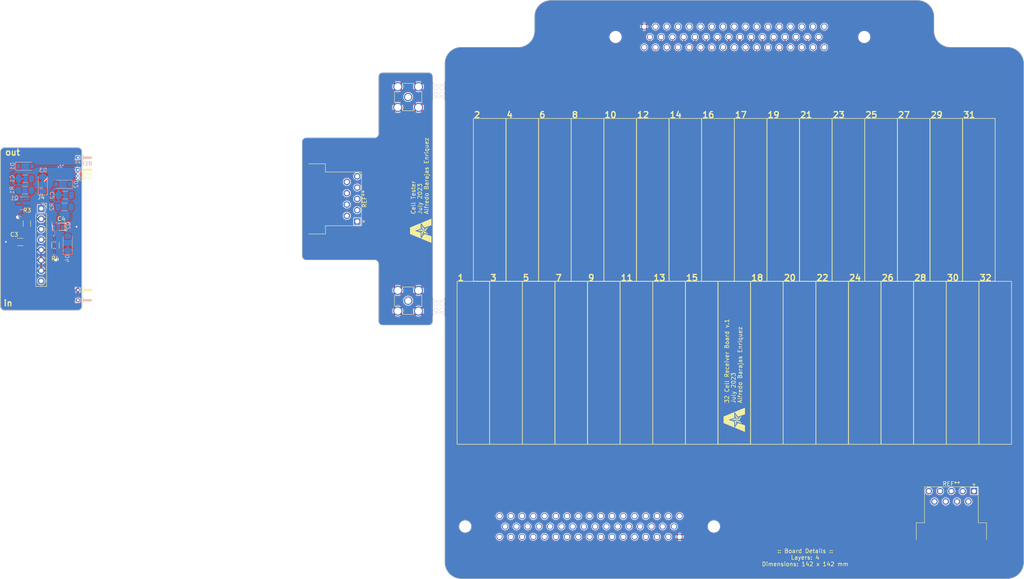
<source format=kicad_pcb>
(kicad_pcb (version 20221018) (generator pcbnew)
  (layers (0 "F.Cu" signal) (1 "In1.Cu" signal) (2 "In2.Cu" signal) (31 "B.Cu" signal) (34 "B.Paste" user) (35 "F.Paste" user) (36 "B.SilkS" user "B.Silkscreen") (37 "F.SilkS" user "F.Silkscreen") (38 "B.Mask" user) (39 "F.Mask" user) (44 "Edge.Cuts" user))
  (net 0 "")
  (net 1 "Net-(D3-K)")
  (net 2 "GND")
  (net 3 "Net-(D4-A)")
  (net 4 "Net-(J4-Pin_3)")
  (net 5 "GND1")
  (net 6 "Net-(J4-Pin_4)")
  (net 7 "+11")
  (net 8 "Net-(D1-A)")
  (net 9 "Net-(D2-K)")
  (net 10 "-11")
  (net 11 "Net-(J2-In)")
  (net 12 "Net-(J3-In)")
  (net 13 "Net-(Q1-E)")
  (net 14 "Net-(Q2-E)")
  (footprint "Connector_PinSocket_2.54mm:PinSocket_1x08_P2.54mm_Vertical" (layer "F.Cu") (at 29.983 102.129)
    (fp_text reference "J4")
    (fp_text value "Conn_01x08")
  )
  (footprint "Capacitor_SMD:C_1206_3216Metric_Pad1.33x1.80mm_HandSolder" (layer "F.Cu") (at 24.864 110.328 180)
    (fp_text reference "C3")
    (fp_text value "10uF" hide)
  )
  (footprint "1.Logos:UTA" (layer "F.Cu") (at 199.987439 153.997547 90)
    (fp_text reference "G***" hide)
    (fp_text value "LOGO" hide)
  )
  (footprint "Connector_Dsub:DSUB-9_Female_Horizontal_P2.77x2.54mm_EdgePinOffset9.40mm" (layer "F.Cu") (at 258.79 171.5)
    (fp_text reference "REF**")
    (fp_text value "DSUB-9_Female_Horizontal_P2.77x2.54mm_EdgePinOffset9.40mm" hide)
  )
  (footprint "Resistor_SMD:R_1206_3216Metric_Pad1.30x1.75mm_HandSolder" (layer "F.Cu") (at 26.477 105.819 -90)
    (fp_text reference "R3")
    (fp_text value "4.7" hide)
  )
  (footprint "1.Local.Library:CONN D-SUB PLUG 50POS RA SLDR" (layer "F.Cu") (at 201.38 60)
    (fp_text reference "REF**" hide)
    (fp_text value "CONN D-SUB PLUG 50POS RA SLDR" hide)
    (fp_circle (center -30.5 0) (end -29 0) (stroke (width 0.01)) (fill none) (layer "Edge.Cuts"))
    (fp_circle (center 30.5 0) (end 32 0) (stroke (width 0.01)) (fill none) (layer "Edge.Cuts"))
  )
  (footprint "Connector_Coaxial:SMA_Amphenol_901-144_Vertical" (layer "F.Cu") (at 120 74.751)
    (fp_text reference "J5" hide)
    (fp_text value "Conn_Coaxial_Out" hide)
  )
  (footprint "Capacitor_SMD:C_1206_3216Metric_Pad1.33x1.80mm_HandSolder" (layer "F.Cu") (at 35.098 106.594)
    (fp_text reference "C4")
    (fp_text value "10uF" hide)
  )
  (footprint "Connector_PinHeader_1.00mm:PinHeader_1x01_P1.00mm_Horizontal" (layer "F.Cu") (at 38.983 122.129)
    (fp_text reference "REF**" hide)
    (fp_text value "PinHeader_1x01_P1.00mm_Horizontal" hide)
  )
  (footprint "Connector_PinHeader_1.00mm:PinHeader_1x03_P1.00mm_Horizontal" (layer "F.Cu") (at 38.983 92.629)
    (fp_text reference "REF**" hide)
    (fp_text value "PinHeader_1x03_P1.00mm_Horizontal" hide)
  )
  (footprint "1.Logos:UTA" (layer "F.Cu") (at 123.070439 107.586547 90)
    (fp_text reference "G***" hide)
    (fp_text value "LOGO" hide)
  )
  (footprint "1.Local.Library:CONN D-SUB PLUG 50POS RA SLDR" (layer "F.Cu") (at 163.12 180.18 180)
    (fp_text reference "REF**" hide)
    (fp_text value "CONN D-SUB PLUG 50POS RA SLDR" hide)
    (fp_circle (center -31.88 0) (end -30.38 0) (stroke (width 0.1)) (fill none) (layer "Edge.Cuts"))
    (fp_circle (center 29.12 0) (end 30.62 0) (stroke (width 0.1)) (fill none) (layer "Edge.Cuts"))
  )
  (footprint "Resistor_SMD:R_1206_3216Metric_Pad1.30x1.75mm_HandSolder" (layer "F.Cu") (at 33.484 111.12 90)
    (fp_text reference "R4")
    (fp_text value "4.7" hide)
  )
  (footprint "Connector_Coaxial:SMA_Amphenol_901-144_Vertical" (layer "F.Cu") (at 120 124.75)
    (fp_text reference "J5" hide)
    (fp_text value "Conn_Coaxial_Out" hide)
  )
  (footprint "Connector_Dsub:DSUB-9_Female_Horizontal_P2.77x2.54mm_EdgePinOffset9.40mm" (layer "F.Cu") (at 107.5 105.2905 -90)
    (fp_text reference "REF**")
    (fp_text value "DSUB-9_Female_Horizontal_P2.77x2.54mm_EdgePinOffset9.40mm" hide)
  )
  (footprint "Resistor_SMD:R_1206_3216Metric_Pad1.30x1.75mm_HandSolder" (layer "B.Cu") (at 35.708 101.734)
    (fp_text reference "R2")
    (fp_text value "1.0k" hide)
  )
  (footprint "Capacitor_SMD:C_1206_3216Metric_Pad1.33x1.80mm_HandSolder" (layer "B.Cu") (at 26.0305 94.804 180)
    (fp_text reference "C1")
    (fp_text value "10uF" hide)
  )
  (footprint "Capacitor_SMD:C_1206_3216Metric_Pad1.33x1.80mm_HandSolder" (layer "B.Cu") (at 35.8105 98.839 180)
    (fp_text reference "C2")
    (fp_text value "10uF" hide)
  )
  (footprint "Diode_SMD:D_SOD-123" (layer "B.Cu") (at 35.278 96.159 180)
    (fp_text reference "D2")
    (fp_text value "1N4148W" hide)
  )
  (footprint "Resistor_SMD:R_1206_3216Metric_Pad1.30x1.75mm_HandSolder" (layer "B.Cu") (at 26.013 97.599)
    (fp_text reference "R1")
    (fp_text value "1.0k" hide)
  )
  (footprint "Package_TO_SOT_SMD:SOT-23" (layer "B.Cu") (at 25.428 100.824 180)
    (fp_text reference "Q1")
    (fp_text value "MMBT3904" hide)
  )
  (footprint "Diode_SMD:D_MiniMELF" (layer "B.Cu") (at 36.488 110.679 90)
    (fp_text reference "D4")
    (fp_text value "BZV55B7V5" hide)
  )
  (footprint "Connector_PinHeader_1.00mm:PinHeader_1x01_P1.00mm_Horizontal" (layer "B.Cu") (at 38.983 89.629)
    (fp_text reference "REF**")
    (fp_text value "PinHeader_1x01_P1.00mm_Horizontal" hide)
  )
  (footprint "Diode_SMD:D_SOD-123" (layer "B.Cu") (at 26.083 91.724)
    (fp_text reference "D1")
    (fp_text value "1N4148W" hide)
  )
  (footprint "Package_TO_SOT_SMD:SOT-23" (layer "B.Cu") (at 34.163 105.9415 90)
    (fp_text reference "Q2")
    (fp_text value "MMBT3906" hide)
  )
  (footprint "Diode_SMD:D_MiniMELF" (layer "B.Cu") (at 30.378 96.104 90)
    (fp_text reference "D3")
    (fp_text value "BZV55B7V5" hide)
  )
  (footprint "Connector_PinHeader_1.00mm:PinHeader_1x01_P1.00mm_Horizontal" (layer "B.Cu") (at 38.983 124.629)
    (fp_text reference "REF**" hide)
    (fp_text value "PinHeader_1x01_P1.00mm_Horizontal" hide)
  )
  (gr_line (start 216.56 62.54) (end 216.56 71.815) (stroke (width 0.109916)) (layer "F.Cu"))
  (gr_line (start 224 80) (end 224 120) (stroke (width 0.129114)) (layer "F.Cu"))
  (gr_circle (center 252 120) (end 252.5 120) (stroke (width 0.15)) (fill none) (layer "F.Cu"))
  (gr_circle (center 168 160) (end 168.5 160) (stroke (width 0.15)) (fill none) (layer "F.Cu"))
  (gr_line (start 256 80) (end 256 120) (stroke (width 0.104724)) (layer "F.Cu"))
  (gr_line (start 220 80) (end 206.9 76.578) (stroke (width 0.29843)) (layer "F.Cu"))
  (gr_line (start 188.96 62.54) (end 188.96 74.533) (stroke (width 0.122014)) (layer "F.Cu"))
  (gr_circle (center 232 160) (end 232.5 160) (stroke (width 0.15)) (fill none) (layer "F.Cu"))
  (gr_line (start 152 80) (end 183.44 71.813) (stroke (width 0.109916)) (layer "F.Cu"))
  (gr_circle (center 176 160) (end 176.5 160) (stroke (width 0.15)) (fill none) (layer "F.Cu"))
  (gr_line (start 212.42 60) (end 212.42 73.858) (stroke (width 0.235129)) (layer "F.Cu"))
  (gr_circle (center 264 120) (end 264.5 120) (stroke (width 0.15)) (fill none) (layer "F.Cu"))
  (gr_circle (center 244 120) (end 244.5 120) (stroke (width 0.15)) (fill none) (layer "F.Cu"))
  (gr_line (start 204 80) (end 201.38 79.298) (stroke (width 0.40837)) (layer "F.Cu"))
  (gr_line (start 216 80) (end 205.52 77.258) (stroke (width 0.137106)) (layer "F.Cu"))
  (gr_circle (center 144 160) (end 144.5 160) (stroke (width 0.15)) (fill none) (layer "F.Cu"))
  (gr_line (start 232 80) (end 232 120) (stroke (width 0.122014)) (layer "F.Cu"))
  (gr_line (start 217.94 60) (end 217.94 71.133) (stroke (width 0.193984)) (layer "F.Cu"))
  (gr_line (start 213.8 62.54) (end 213.8 73.175) (stroke (width 0.115647)) (layer "F.Cu"))
  (gr_line (start 256 80) (end 219.32 70.453) (stroke (width 0.104724)) (layer "F.Cu"))
  (gr_line (start 204.14 60) (end 204.14 77.938) (stroke (width 0.34485)) (layer "F.Cu"))
  (gr_line (start 244 80) (end 215.18 72.495) (stroke (width 0.212598)) (layer "F.Cu"))
  (gr_line (start 216 80) (end 216 120) (stroke (width 0.137106)) (layer "F.Cu"))
  (gr_circle (center 264 160) (end 264.5 160) (stroke (width 0.15)) (fill none) (layer "F.Cu"))
  (gr_circle (center 184 160) (end 184.5 160) (stroke (width 0.15)) (fill none) (layer "F.Cu"))
  (gr_circle (center 208 160) (end 208.5 160) (stroke (width 0.15)) (fill none) (layer "F.Cu"))
  (gr_line (start 215.18 60) (end 215.18 72.495) (stroke (width 0.212598)) (layer "F.Cu"))
  (gr_line (start 264 80) (end 264 120) (stroke (width 0.1)) (layer "F.Cu"))
  (gr_line (start 164 80) (end 187.58 73.853) (stroke (width 0.235129)) (layer "F.Cu"))
  (gr_line (start 184.82 60) (end 184.82 72.493) (stroke (width 0.212598)) (layer "F.Cu"))
  (gr_line (start 187.58 60) (end 187.58 73.853) (stroke (width 0.235129)) (layer "F.Cu"))
  (gr_circle (center 160 160) (end 160.5 160) (stroke (width 0.15)) (fill none) (layer "F.Cu"))
  (gr_line (start 140 80) (end 179.3 69.773) (stroke (width 0.178375)) (layer "F.Cu"))
  (gr_line (start 192 80) (end 192 120) (stroke (width 0.146135)) (layer "F.Cu"))
  (gr_circle (center 248 160) (end 248.5 160) (stroke (width 0.15)) (fill none) (layer "F.Cu"))
  (gr_circle (center 256 160) (end 256.5 160) (stroke (width 0.15)) (fill none) (layer "F.Cu"))
  (gr_circle (center 136 120) (end 136.5 120) (stroke (width 0.15)) (fill none) (layer "F.Cu"))
  (gr_circle (center 188 120) (end 188.5 120) (stroke (width 0.15)) (fill none) (layer "F.Cu"))
  (gr_circle (center 260 120) (end 260.5 120) (stroke (width 0.15)) (fill none) (layer "F.Cu"))
  (gr_line (start 180 80) (end 193.1 76.573) (stroke (width 0.29843)) (layer "F.Cu"))
  (gr_line (start 152 80) (end 152 120) (stroke (width 0.109916)) (layer "F.Cu"))
  (gr_circle (center 168 120) (end 168.5 120) (stroke (width 0.15)) (fill none) (layer "F.Cu"))
  (gr_line (start 220.7 60) (end 220.7 69.773) (stroke (width 0.178375)) (layer "F.Cu"))
  (gr_line (start 183.44 62.54) (end 183.44 71.813) (stroke (width 0.109916)) (layer "F.Cu"))
  (gr_line (start 209.66 60) (end 209.66 75.218) (stroke (width 0.263025)) (layer "F.Cu"))
  (gr_line (start 236 80) (end 212.42 73.858) (stroke (width 0.235129)) (layer "F.Cu"))
  (gr_line (start 195.86 60) (end 195.86 77.933) (stroke (width 0.34485)) (layer "F.Cu"))
  (gr_circle (center 212 120) (end 212.5 120) (stroke (width 0.15)) (fill none) (layer "F.Cu"))
  (gr_line (start 198.62 60) (end 198.62 79.293) (stroke (width 0.40837)) (layer "F.Cu"))
  (gr_line (start 136 80) (end 177.92 69.093) (stroke (width 0.1)) (layer "F.Cu"))
  (gr_line (start 206.9 60) (end 206.9 76.578) (stroke (width 0.29843)) (layer "F.Cu"))
  (gr_line (start 240 80) (end 213.8 73.175) (stroke (width 0.115647)) (layer "F.Cu"))
  (gr_line (start 144 80) (end 144 120) (stroke (width 0.104724)) (layer "F.Cu"))
  (gr_line (start 168 80) (end 188.96 74.533) (stroke (width 0.122014)) (layer "F.Cu"))
  (gr_line (start 168 80) (end 168 120) (stroke (width 0.122014)) (layer "F.Cu"))
  (gr_circle (center 160 120) (end 160.5 120) (stroke (width 0.15)) (fill none) (layer "F.Cu"))
  (gr_circle (center 204 120) (end 204.5 120) (stroke (width 0.15)) (fill none) (layer "F.Cu"))
  (gr_line (start 208 80) (end 208 120) (stroke (width 0.146135)) (layer "F.Cu"))
  (gr_line (start 205.52 62.54) (end 205.52 77.258) (stroke (width 0.137106)) (layer "F.Cu"))
  (gr_line (start 248 80) (end 248 120) (stroke (width 0.109916)) (layer "F.Cu"))
  (gr_line (start 222.08 62.54) (end 222.08 69.093) (stroke (width 0.1)) (layer "F.Cu"))
  (gr_circle (center 152 120) (end 152.5 120) (stroke (width 0.15)) (fill none) (layer "F.Cu"))
  (gr_line (start 194.48 62.54) (end 194.48 77.253) (stroke (width 0.137106)) (layer "F.Cu"))
  (gr_circle (center 156 120) (end 156.5 120) (stroke (width 0.15)) (fill none) (layer "F.Cu"))
  (gr_line (start 208 80) (end 202.76 78.618) (stroke (width 0.146135)) (layer "F.Cu"))
  (gr_line (start 190.34 60) (end 190.34 75.213) (stroke (width 0.263025)) (layer "F.Cu"))
  (gr_circle (center 232 120) (end 232.5 120) (stroke (width 0.15)) (fill none) (layer "F.Cu"))
  (gr_circle (center 200 160) (end 200.5 160) (stroke (width 0.15)) (fill none) (layer "F.Cu"))
  (gr_line (start 172 80) (end 190.34 75.213) (stroke (width 0.263025)) (layer "F.Cu"))
  (gr_line (start 176 80) (end 176 120) (stroke (width 0.129114)) (layer "F.Cu"))
  (gr_circle (center 224 120) (end 224.5 120) (stroke (width 0.15)) (fill none) (layer "F.Cu"))
  (gr_circle (center 240 120) (end 240.5 120) (stroke (width 0.15)) (fill none) (layer "F.Cu"))
  (gr_line (start 180.68 62.54) (end 180.68 70.453) (stroke (width 0.104724)) (layer "F.Cu"))
  (gr_circle (center 180 120) (end 180.5 120) (stroke (width 0.15)) (fill none) (layer "F.Cu"))
  (gr_line (start 148 80) (end 182.06 71.133) (stroke (width 0.193984)) (layer "F.Cu"))
  (gr_line (start 160 80) (end 160 120) (stroke (width 0.115647)) (layer "F.Cu"))
  (gr_line (start 224 80) (end 208.28 75.898) (stroke (width 0.129114)) (layer "F.Cu"))
  (gr_line (start 252 80) (end 217.94 71.135) (stroke (width 0.193984)) (layer "F.Cu"))
  (gr_line (start 193.1 60) (end 193.1 76.573) (stroke (width 0.29843)) (layer "F.Cu"))
  (gr_line (start 232 80) (end 211.04 74.538) (stroke (width 0.122014)) (layer "F.Cu"))
  (gr_line (start 219.32 62.54) (end 219.32 70.453) (stroke (width 0.104724)) (layer "F.Cu"))
  (gr_line (start 192 80) (end 197.24 78.613) (stroke (width 0.146135)) (layer "F.Cu"))
  (gr_line (start 201.38 60) (end 201.38 79.298) (stroke (width 0.40837)) (layer "F.Cu"))
  (gr_line (start 264 80) (end 222.08 69.093) (stroke (width 0.1)) (layer "F.Cu"))
  (gr_line (start 136 80) (end 136 120) (stroke (width 0.1)) (layer "F.Cu"))
  (gr_line (start 186.2 62.54) (end 186.2 73.173) (stroke (width 0.115647)) (layer "F.Cu"))
  (gr_circle (center 172 120) (end 172.5 120) (stroke (width 0.15)) (fill none) (layer "F.Cu"))
  (gr_line (start 208.28 62.54) (end 208.28 75.898) (stroke (width 0.129114)) (layer "F.Cu"))
  (gr_circle (center 220 120) (end 220.5 120) (stroke (width 0.15)) (fill none) (layer "F.Cu"))
  (gr_line (start 260 80) (end 220.7 69.773) (stroke (width 0.178375)) (layer "F.Cu"))
  (gr_circle (center 176 120) (end 176.5 120) (stroke (width 0.15)) (fill none) (layer "F.Cu"))
  (gr_line (start 179.3 60) (end 179.3 69.773) (stroke (width 0.178375)) (layer "F.Cu"))
  (gr_line (start 156 80) (end 184.82 72.493) (stroke (width 0.212598)) (layer "F.Cu"))
  (gr_line (start 160 80) (end 186.2 73.173) (stroke (width 0.115647)) (layer "F.Cu"))
  (gr_line (start 144 80) (end 180.68 70.453) (stroke (width 0.104724)) (layer "F.Cu"))
  (gr_circle (center 148 120) (end 148.5 120) (stroke (width 0.15)) (fill none) (layer "F.Cu"))
  (gr_line (start 184 80) (end 194.48 77.253) (stroke (width 0.137106)) (layer "F.Cu"))
  (gr_circle (center 196 120) (end 196.5 120) (stroke (width 0.15)) (fill none) (layer "F.Cu"))
  (gr_circle (center 208 120) (end 208.5 120) (stroke (width 0.15)) (fill none) (layer "F.Cu"))
  (gr_line (start 197.24 62.54) (end 197.24 78.613) (stroke (width 0.146135)) (layer "F.Cu"))
  (gr_circle (center 240 160) (end 240.5 160) (stroke (width 0.15)) (fill none) (layer "F.Cu"))
  (gr_circle (center 184 120) (end 184.5 120) (stroke (width 0.15)) (fill none) (layer "F.Cu"))
  (gr_circle (center 228 120) (end 228.5 120) (stroke (width 0.15)) (fill none) (layer "F.Cu"))
  (gr_line (start 177.92 62.54) (end 177.92 69.093) (stroke (width 0.1)) (layer "F.Cu"))
  (gr_circle (center 192 120) (end 192.5 120) (stroke (width 0.15)) (fill none) (layer "F.Cu"))
  (gr_line (start 212 80) (end 204.14 77.938) (stroke (width 0.34485)) (layer "F.Cu"))
  (gr_circle (center 140 120) (end 140.5 120) (stroke (width 0.15)) (fill none) (layer "F.Cu"))
  (gr_circle (center 236 120) (end 236.5 120) (stroke (width 0.15)) (fill none) (layer "F.Cu"))
  (gr_circle (center 136 160) (end 136.5 160) (stroke (width 0.15)) (fill none) (layer "F.Cu"))
  (gr_line (start 184 80) (end 184 120) (stroke (width 0.137106)) (layer "F.Cu"))
  (gr_circle (center 216 120) (end 216.5 120) (stroke (width 0.15)) (fill none) (layer "F.Cu"))
  (gr_line (start 228 80) (end 209.66 75.218) (stroke (width 0.263025)) (layer "F.Cu"))
  (gr_line (start 248 80) (end 216.56 71.815) (stroke (width 0.109916)) (layer "F.Cu"))
  (gr_circle (center 224 160) (end 224.5 160) (stroke (width 0.15)) (fill none) (layer "F.Cu"))
  (gr_circle (center 192 160) (end 192.5 160) (stroke (width 0.15)) (fill none) (layer "F.Cu"))
  (gr_line (start 211.04 62.54) (end 211.04 74.538) (stroke (width 0.122014)) (layer "F.Cu"))
  (gr_circle (center 144 120) (end 144.5 120) (stroke (width 0.15)) (fill none) (layer "F.Cu"))
  (gr_circle (center 248 120) (end 248.5 120) (stroke (width 0.15)) (fill none) (layer "F.Cu"))
  (gr_circle (center 152 160) (end 152.5 160) (stroke (width 0.15)) (fill none) (layer "F.Cu"))
  (gr_circle (center 164 120) (end 164.5 120) (stroke (width 0.15)) (fill none) (layer "F.Cu"))
  (gr_line (start 176 80) (end 191.72 75.893) (stroke (width 0.129114)) (layer "F.Cu"))
  (gr_circle (center 216 160) (end 216.5 160) (stroke (width 0.15)) (fill none) (layer "F.Cu"))
  (gr_line (start 182.06 60) (end 182.06 71.133) (stroke (width 0.193984)) (layer "F.Cu"))
  (gr_line (start 191.72 62.54) (end 191.72 75.893) (stroke (width 0.129114)) (layer "F.Cu"))
  (gr_line (start 240 80) (end 240 120) (stroke (width 0.115647)) (layer "F.Cu"))
  (gr_line (start 196 80) (end 198.62 79.293) (stroke (width 0.40837)) (layer "F.Cu"))
  (gr_circle (center 256 120) (end 256.5 120) (stroke (width 0.15)) (fill none) (layer "F.Cu"))
  (gr_line (start 188 80) (end 195.86 77.933) (stroke (width 0.34485)) (layer "F.Cu"))
  (gr_line (start 202.76 62.54) (end 202.76 78.618) (stroke (width 0.146135)) (layer "F.Cu"))
  (gr_rect (start 148 120) (end 156 160) (stroke (width 0.15)) (fill none) (layer "F.SilkS"))
  (gr_rect (start 212 120) (end 220 160) (stroke (width 0.15)) (fill none) (layer "F.SilkS"))
  (gr_rect (start 236 120) (end 244 160) (stroke (width 0.15)) (fill none) (layer "F.SilkS"))
  (gr_rect (start 248 80) (end 256 120) (stroke (width 0.15)) (fill none) (layer "F.SilkS"))
  (gr_rect (start 188 120) (end 196 160) (stroke (width 0.15)) (fill none) (layer "F.SilkS"))
  (gr_rect (start 156 120) (end 164 160) (stroke (width 0.15)) (fill none) (layer "F.SilkS"))
  (gr_rect (start 228 120) (end 236 160) (stroke (width 0.15)) (fill none) (layer "F.SilkS"))
  (gr_rect (start 152 80) (end 160 120) (stroke (width 0.15)) (fill none) (layer "F.SilkS"))
  (gr_rect (start 204 120) (end 212 160) (stroke (width 0.15)) (fill none) (layer "F.SilkS"))
  (gr_rect (start 132 120) (end 140 160) (stroke (width 0.15)) (fill none) (layer "F.SilkS"))
  (gr_rect (start 200 80) (end 208 120) (stroke (width 0.15)) (fill none) (layer "F.SilkS"))
  (gr_rect (start 180 120) (end 188 160) (stroke (width 0.15)) (fill none) (layer "F.SilkS"))
  (gr_rect (start 168 80) (end 176 120) (stroke (width 0.15)) (fill none) (layer "F.SilkS"))
  (gr_rect (start 172 120) (end 180 160) (stroke (width 0.15)) (fill none) (layer "F.SilkS"))
  (gr_rect (start 224 80) (end 232 120) (stroke (width 0.15)) (fill none) (layer "F.SilkS"))
  (gr_rect (start 136 80) (end 144 120) (stroke (width 0.15)) (fill none) (layer "F.SilkS"))
  (gr_rect (start 140 120) (end 148 160) (stroke (width 0.15)) (fill none) (layer "F.SilkS"))
  (gr_rect (start 144 80) (end 152 120) (stroke (width 0.15)) (fill none) (layer "F.SilkS"))
  (gr_rect (start 260 120) (end 268 160) (stroke (width 0.15)) (fill none) (layer "F.SilkS"))
  (gr_rect (start 252 120) (end 260 160) (stroke (width 0.15)) (fill none) (layer "F.SilkS"))
  (gr_rect (start 196 120) (end 204 160) (stroke (width 0.15)) (fill none) (layer "F.SilkS"))
  (gr_rect (start 216 80) (end 224 120) (stroke (width 0.15)) (fill none) (layer "F.SilkS"))
  (gr_line (start 196 160) (end 204 160) (stroke (width 0.15)) (layer "F.SilkS"))
  (gr_rect (start 164 120) (end 172 160) (stroke (width 0.15)) (fill none) (layer "F.SilkS"))
  (gr_line (start 200 160) (end 204 160) (stroke (width 0.15)) (layer "F.SilkS"))
  (gr_rect (start 240 80) (end 248 120) (stroke (width 0.15)) (fill none) (layer "F.SilkS"))
  (gr_rect (start 160 80) (end 168 120) (stroke (width 0.15)) (fill none) (layer "F.SilkS"))
  (gr_rect (start 176 80) (end 184 120) (stroke (width 0.15)) (fill none) (layer "F.SilkS"))
  (gr_rect (start 220 120) (end 228 160) (stroke (width 0.15)) (fill none) (layer "F.SilkS"))
  (gr_rect (start 244 120) (end 252 160) (stroke (width 0.15)) (fill none) (layer "F.SilkS"))
  (gr_rect (start 184 80) (end 192 120) (stroke (width 0.15)) (fill none) (layer "F.SilkS"))
  (gr_rect (start 256 80) (end 264 120) (stroke (width 0.15)) (fill none) (layer "F.SilkS"))
  (gr_rect (start 232 80) (end 240 120) (stroke (width 0.15)) (fill none) (layer "F.SilkS"))
  (gr_rect (start 192 80) (end 200 120) (stroke (width 0.15)) (fill none) (layer "F.SilkS"))
  (gr_rect (start 208 80) (end 216 120) (stroke (width 0.15)) (fill none) (layer "F.SilkS"))
  (gr_circle (center 126.75 72.5005) (end 127.25 72.5005) (stroke (width 0.1)) (fill none) (layer "Edge.Cuts"))
  (gr_line (start 129 75.7505) (end 129 123.7505) (stroke (width 0.1)) (layer "Edge.Cuts"))
  (gr_arc (start 151 58.5) (mid 149.828427 61.328427) (end 147 62.5) (stroke (width 0.1)) (layer "Edge.Cuts"))
  (gr_line (start 125 68.7505) (end 113.75 68.7505) (stroke (width 0.1)) (layer "Edge.Cuts"))
  (gr_line (start 112.75 69.7505) (end 112.75 83.7505) (stroke (width 0.1)) (layer "Edge.Cuts"))
  (gr_arc (start 95 114.7505) (mid 94.292893 114.457607) (end 94 113.7505) (stroke (width 0.1)) (layer "Edge.Cuts"))
  (gr_poly (pts (arc (start 19.983 88.129) (mid 20.275893 87.421893) (end 20.983 87.129)) (arc (start 38.983 87.129) (mid 39.690107 87.421893) (end 39.983 88.129)) (arc (start 39.983 126.129) (mid 39.690107 126.836107) (end 38.983 127.129)) (arc (start 20.983 127.129) (mid 20.275893 126.836107) (end 19.983 126.129))) (stroke (width 0.2)) (fill none) (layer "Edge.Cuts"))
  (gr_line (start 126 129.7505) (end 126 128.7505) (stroke (width 0.1)) (layer "Edge.Cuts"))
  (gr_arc (start 245 51) (mid 247.828427 52.171573) (end 249 55) (stroke (width 0.1)) (layer "Edge.Cuts"))
  (gr_arc (start 133 193) (mid 130.171573 191.828427) (end 129 189) (stroke (width 0.1)) (layer "Edge.Cuts"))
  (gr_arc (start 127 71.7505) (mid 126.292893 71.457607) (end 126 70.7505) (stroke (width 0.1)) (layer "Edge.Cuts"))
  (gr_arc (start 126 128.7505) (mid 126.292893 128.043393) (end 127 127.7505) (stroke (width 0.1)) (layer "Edge.Cuts"))
  (gr_arc (start 267 62.5) (mid 269.828427 63.671573) (end 271 66.5) (stroke (width 0.1)) (layer "Edge.Cuts"))
  (gr_line (start 128 124.7505) (end 127 124.7505) (stroke (width 0.1)) (layer "Edge.Cuts"))
  (gr_arc (start 94 85.7505) (mid 94.292893 85.043393) (end 95 84.7505) (stroke (width 0.1)) (layer "Edge.Cuts"))
  (gr_line (start 127 74.7505) (end 128 74.7505) (stroke (width 0.1)) (layer "Edge.Cuts"))
  (gr_line (start 267 193) (end 133 193) (stroke (width 0.1)) (layer "Edge.Cuts"))
  (gr_line (start 126 123.7505) (end 126 75.7505) (stroke (width 0.1)) (layer "Edge.Cuts"))
  (gr_arc (start 113.75 130.7505) (mid 113.042893 130.457607) (end 112.75 129.7505) (stroke (width 0.1)) (layer "Edge.Cuts"))
  (gr_line (start 128 127.7505) (end 127 127.7505) (stroke (width 0.1)) (layer "Edge.Cuts"))
  (gr_arc (start 112.75 83.7505) (mid 112.457107 84.457607) (end 111.75 84.7505) (stroke (width 0.1)) (layer "Edge.Cuts"))
  (gr_line (start 95 114.7505) (end 111.75 114.7505) (stroke (width 0.1)) (layer "Edge.Cuts"))
  (gr_arc (start 128 74.7505) (mid 128.707107 75.043393) (end 129 75.7505) (stroke (width 0.1)) (layer "Edge.Cuts"))
  (gr_line (start 155 51) (end 245 51) (stroke (width 0.1)) (layer "Edge.Cuts"))
  (gr_arc (start 151 55) (mid 152.171573 52.171573) (end 155 51) (stroke (width 0.1)) (layer "Edge.Cuts"))
  (gr_arc (start 271 189) (mid 269.828427 191.828427) (end 267 193) (stroke (width 0.1)) (layer "Edge.Cuts"))
  (gr_arc (start 126 129.7505) (mid 125.707107 130.457607) (end 125 130.7505) (stroke (width 0.1)) (layer "Edge.Cuts"))
  (gr_line (start 95 84.7505) (end 111.75 84.7505) (stroke (width 0.1)) (layer "Edge.Cuts"))
  (gr_line (start 126 69.7505) (end 126 70.7505) (stroke (width 0.1)) (layer "Edge.Cuts"))
  (gr_circle (center 126.75 125.5005) (end 127.25 125.5005) (stroke (width 0.1)) (fill none) (layer "Edge.Cuts"))
  (gr_arc (start 112.75 69.7505) (mid 113.042893 69.043393) (end 113.75 68.7505) (stroke (width 0.1)) (layer "Edge.Cuts"))
  (gr_arc (start 125 68.7505) (mid 125.707107 69.043393) (end 126 69.7505) (stroke (width 0.1)) (layer "Edge.Cuts"))
  (gr_arc (start 126 75.7505) (mid 126.292893 75.043393) (end 127 74.7505) (stroke (width 0.1)) (layer "Edge.Cuts"))
  (gr_line (start 129 69.7505) (end 129 66.5) (stroke (width 0.1)) (layer "Edge.Cuts"))
  (gr_circle (center 126.75 127.0005) (end 127.25 127.0005) (stroke (width 0.1)) (fill none) (layer "Edge.Cuts"))
  (gr_arc (start 128 127.7505) (mid 128.707107 128.043393) (end 129 128.7505) (stroke (width 0.1)) (layer "Edge.Cuts"))
  (gr_line (start 125 130.7505) (end 113.75 130.7505) (stroke (width 0.1)) (layer "Edge.Cuts"))
  (gr_line (start 151 58.5) (end 151 55) (stroke (width 0.1)) (layer "Edge.Cuts"))
  (gr_arc (start 111.75 114.7505) (mid 112.457107 115.043393) (end 112.75 115.7505) (stroke (width 0.1)) (layer "Edge.Cuts"))
  (gr_circle (center 128.25 74.0005) (end 128.75 74.0005) (stroke (width 0.1)) (fill none) (layer "Edge.Cuts"))
  (gr_circle (center 126.75 74.0005) (end 127.25 74.0005) (stroke (width 0.1)) (fill none) (layer "Edge.Cuts"))
  (gr_line (start 271 66.5) (end 271 189) (stroke (width 0.1)) (layer "Edge.Cuts"))
  (gr_line (start 249 58.5) (end 249 55) (stroke (width 0.1)) (layer "Edge.Cuts"))
  (gr_arc (start 129 70.7505) (mid 128.707107 71.457607) (end 128 71.7505) (stroke (width 0.1)) (layer "Edge.Cuts"))
  (gr_line (start 127 71.7505) (end 128 71.7505) (stroke (width 0.1)) (layer "Edge.Cuts"))
  (gr_circle (center 128.25 125.5005) (end 128.75 125.5005) (stroke (width 0.1)) (fill none) (layer "Edge.Cuts"))
  (gr_arc (start 253 62.5) (mid 250.171573 61.328427) (end 249 58.5) (stroke (width 0.1)) (layer "Edge.Cuts"))
  (gr_line (start 129 129.7505) (end 129 189) (stroke (width 0.1)) (layer "Edge.Cuts"))
  (gr_line (start 147 62.5) (end 133 62.5) (stroke (width 0.1)) (layer "Edge.Cuts"))
  (gr_arc (start 129 66.5) (mid 130.171573 63.671573) (end 133 62.5) (stroke (width 0.1)) (layer "Edge.Cuts"))
  (gr_line (start 129 69.7505) (end 129 70.7505) (stroke (width 0.1)) (layer "Edge.Cuts"))
  (gr_line (start 112.75 115.7505) (end 112.75 129.7505) (stroke (width 0.1)) (layer "Edge.Cuts"))
  (gr_circle (center 128.25 127.0005) (end 128.75 127.0005) (stroke (width 0.1)) (fill none) (layer "Edge.Cuts"))
  (gr_arc (start 127 124.7505) (mid 126.292893 124.457607) (end 126 123.7505) (stroke (width 0.1)) (layer "Edge.Cuts"))
  (gr_arc (start 129 123.7505) (mid 128.707107 124.457607) (end 128 124.7505) (stroke (width 0.1)) (layer "Edge.Cuts"))
  (gr_circle (center 128.25 72.5005) (end 128.75 72.5005) (stroke (width 0.1)) (fill none) (layer "Edge.Cuts"))
  (gr_line (start 129 129.7505) (end 129 128.7505) (stroke (width 0.1)) (layer "Edge.Cuts"))
  (gr_line (start 253 62.5) (end 267 62.5) (stroke (width 0.1)) (layer "Edge.Cuts"))
  (gr_line (start 94 85.7505) (end 94 113.7505) (stroke (width 0.1)) (layer "Edge.Cuts"))
  (gr_text "13" (at 180 120) (layer "F.SilkS") (effects (font (size 1.5 1.5) (thickness 0.3) bold) (justify left bottom)))
  (gr_text "31" (at 256 80) (layer "F.SilkS") (effects (font (size 1.5 1.5) (thickness 0.3) bold) (justify left bottom)))
  (gr_text "6" (at 152 80) (layer "F.SilkS") (effects (font (size 1.5 1.5) (thickness 0.3) bold) (justify left bottom)))
  (gr_text "20" (at 212 120) (layer "F.SilkS") (effects (font (size 1.5 1.5) (thickness 0.3) bold) (justify left bottom)))
  (gr_text "28" (at 244 120) (layer "F.SilkS") (effects (font (size 1.5 1.5) (thickness 0.3) bold) (justify left bottom)))
  (gr_text "3" (at 140 120) (layer "F.SilkS") (effects (font (size 1.5 1.5) (thickness 0.3) bold) (justify left bottom)))
  (gr_text "18" (at 204 120) (layer "F.SilkS") (effects (font (size 1.5 1.5) (thickness 0.3) bold) (justify left bottom)))
  (gr_text "10" (at 168 80) (layer "F.SilkS") (effects (font (size 1.5 1.5) (thickness 0.3) bold) (justify left bottom)))
  (gr_text "12" (at 176 80) (layer "F.SilkS") (effects (font (size 1.5 1.5) (thickness 0.3) bold) (justify left bottom)))
  (gr_text "17" (at 200 80) (layer "F.SilkS") (effects (font (size 1.5 1.5) (thickness 0.3) bold) (justify left bottom)))
  (gr_text "5" (at 148 120) (layer "F.SilkS") (effects (font (size 1.5 1.5) (thickness 0.3) bold) (justify left bottom)))
  (gr_text "2" (at 136 80) (layer "F.SilkS") (effects (font (size 1.5 1.5) (thickness 0.3) bold) (justify left bottom)))
  (gr_text "in" (at 20.626 126.233) (layer "F.SilkS") (effects (font (size 1.5 1.5) (thickness 0.3) bold) (justify left bottom)))
  (gr_text "21" (at 216 80) (layer "F.SilkS") (effects (font (size 1.5 1.5) (thickness 0.3) bold) (justify left bottom)))
  (gr_text "9" (at 164 120) (layer "F.SilkS") (effects (font (size 1.5 1.5) (thickness 0.3) bold) (justify left bottom)))
  (gr_text "22" (at 220 120) (layer "F.SilkS") (effects (font (size 1.5 1.5) (thickness 0.3) bold) (justify left bottom)))
  (gr_text "19" (at 208 80) (layer "F.SilkS") (effects (font (size 1.5 1.5) (thickness 0.3) bold) (justify left bottom)))
  (gr_text "25" (at 232 80) (layer "F.SilkS") (effects (font (size 1.5 1.5) (thickness 0.3) bold) (justify left bottom)))
  (gr_text "32" (at 260 120) (layer "F.SilkS") (effects (font (size 1.5 1.5) (thickness 0.3) bold) (justify left bottom)))
  (gr_text "30" (at 252 120) (layer "F.SilkS") (effects (font (size 1.5 1.5) (thickness 0.3) bold) (justify left bottom)))
  (gr_text "23" (at 224 80) (layer "F.SilkS") (effects (font (size 1.5 1.5) (thickness 0.3) bold) (justify left bottom)))
  (gr_text "24" (at 228 120) (layer "F.SilkS") (effects (font (size 1.5 1.5) (thickness 0.3) bold) (justify left bottom)))
  (gr_text "out" (at 20.997 89.199) (layer "F.SilkS") (effects (font (size 1.5 1.5) (thickness 0.3) bold) (justify left bottom)))
  (gr_text "1" (at 132 120) (layer "F.SilkS") (effects (font (size 1.5 1.5) (thickness 0.3) bold) (justify left bottom)))
  (gr_text "15" (at 188 120) (layer "F.SilkS") (effects (font (size 1.5 1.5) (thickness 0.3) bold) (justify left bottom)))
  (gr_text "11" (at 172 120) (layer "F.SilkS") (effects (font (size 1.5 1.5) (thickness 0.3) bold) (justify left bottom)))
  (gr_text "26" (at 236 120) (layer "F.SilkS") (effects (font (size 1.5 1.5) (thickness 0.3) bold) (justify left bottom)))
  (gr_text "8" (at 160 80) (layer "F.SilkS") (effects (font (size 1.5 1.5) (thickness 0.3) bold) (justify left bottom)))
  (gr_text "7" (at 156 120) (layer "F.SilkS") (effects (font (size 1.5 1.5) (thickness 0.3) bold) (justify left bottom)))
  (gr_text "32 Cell Receiver Board v.1\nJuly 2023\nAlfredo Barajas Enriquez" (at 202 150 90) (layer "F.SilkS") (effects (font (size 1 1)) (justify left bottom)))
  (gr_text "14" (at 184 80) (layer "F.SilkS") (effects (font (size 1.5 1.5) (thickness 0.3) bold) (justify left bottom)))
  (gr_text "16" (at 192 80) (layer "F.SilkS") (effects (font (size 1.5 1.5) (thickness 0.3) bold) (justify left bottom)))
  (gr_text "29" (at 248 80) (layer "F.SilkS") (effects (font (size 1.5 1.5) (thickness 0.3) bold) (justify left bottom)))
  (gr_text "27" (at 240 80) (layer "F.SilkS") (effects (font (size 1.5 1.5) (thickness 0.3) bold) (justify left bottom)))
  (gr_text "Cell Tester\nJuly 2023\nAlfredo Barajas Enriquez" (at 125.083 103.589 90) (layer "F.SilkS") (effects (font (size 1 1)) (justify left bottom)))
  (gr_text ":: Board Details ::\nLayers: 4\nDimensions: 142 x 142 mm" (at 217.3855 190) (layer "F.SilkS") (effects (font (size 1 1)) (justify bottom)))
  (gr_text "4" (at 144 80) (layer "F.SilkS") (effects (font (size 1.5 1.5) (thickness 0.3) bold) (justify left bottom)))
  (via blind (at 33.538 114.674) (size 0.8) (drill 0.4) (layers "F.Cu" "B.Cu") (remove_unused_layers) (net 0))
  (via blind (at 24.258 104.239) (size 0.8) (drill 0.4) (layers "F.Cu" "B.Cu") (remove_unused_layers) (net 0))
  (segment (start 27.593 97.569) (end 27.563 97.599) (width 0.25) (layer "B.Cu") (net 1))
  (segment (start 30.303 97.849) (end 30.053 97.599) (width 0.25) (layer "B.Cu") (net 1))
  (segment (start 27.563 97.599) (end 27.563 98.6765) (width 0.25) (layer "B.Cu") (net 1))
  (segment (start 27.563 97.599) (end 30.123 97.599) (width 0.25) (layer "B.Cu") (net 1))
  (segment (start 27.563 98.6765) (end 26.3655 99.874) (width 0.25) (layer "B.Cu") (net 1))
  (segment (start 27.593 94.804) (end 27.593 97.569) (width 0.25) (layer "B.Cu") (net 1))
  (segment (start 30.123 97.599) (end 30.378 97.854) (width 0.25) (layer "B.Cu") (net 1))
  (segment (start 38.6605 106.594) (end 36.6605 106.594) (width 0.25) (layer "F.Cu") (net 2))
  (segment (start 21.3305 110.314) (end 23.3305 110.314) (width 0.25) (layer "F.Cu") (net 2))
  (via blind (at 21.3305 110.314) (size 0.8) (drill 0.4) (layers "F.Cu" "B.Cu") (remove_unused_layers) (zone_layer_connections "In2.Cu" "B.Cu") (net 2))
  (via blind (at 38.6605 106.594) (size 0.8) (drill 0.4) (layers "F.Cu" "B.Cu") (remove_unused_layers) (zone_layer_connections "In2.Cu" "B.Cu") (net 2))
  (segment (start 37.258 104.734) (end 37.258 101.734) (width 0.25) (layer "B.Cu") (net 3))
  (segment (start 35.113 106.879) (end 37.258 104.734) (width 0.25) (layer "B.Cu") (net 3))
  (segment (start 36.488 108.254) (end 35.113 106.879) (width 0.25) (layer "B.Cu") (net 3))
  (segment (start 37.258 101.734) (end 37.258 98.954) (width 0.25) (layer "B.Cu") (net 3))
  (segment (start 37.373 101.244) (end 36.903 101.714) (width 0.25) (layer "B.Cu") (net 3))
  (segment (start 37.258 98.954) (end 37.373 98.839) (width 0.25) (layer "B.Cu") (net 3))
  (segment (start 36.488 108.929) (end 36.488 108.254) (width 0.25) (layer "B.Cu") (net 3))
  (segment (start 26.703 107.209) (end 29.983 107.209) (width 0.25) (layer "F.Cu") (net 4))
  (segment (start 26.4555 107.4565) (end 26.493 107.419) (width 0.25) (layer "F.Cu") (net 4))
  (segment (start 26.4555 110.314) (end 26.4555 107.4565) (width 0.25) (layer "F.Cu") (net 4))
  (segment (start 26.493 107.419) (end 26.703 107.209) (width 0.25) (layer "F.Cu") (net 4))
  (segment (start 33.523 109.629) (end 33.523 106.6965) (width 0.25) (layer "F.Cu") (net 6))
  (segment (start 33.523 109.629) (end 33.403 109.749) (width 0.25) (layer "F.Cu") (net 6))
  (segment (start 33.403 109.749) (end 29.983 109.749) (width 0.25) (layer "F.Cu") (net 6))
  (segment (start 33.523 106.6965) (end 33.4255 106.599) (width 0.25) (layer "F.Cu") (net 6))
  (segment (start 24.463 97.599) (end 23.973 97.599) (width 0.2) (layer "B.Cu") (net 7))
  (segment (start 24.4905 100.824) (end 24.4905 97.6265) (width 0.2) (layer "B.Cu") (net 7))
  (segment (start 22.458 96.084) (end 22.458 93.699) (width 0.2) (layer "B.Cu") (net 7))
  (segment (start 22.458 93.699) (end 24.433 91.724) (width 0.2) (layer "B.Cu") (net 7))
  (segment (start 24.4905 97.6265) (end 24.463 97.599) (width 0.2) (layer "B.Cu") (net 7))
  (segment (start 23.973 97.599) (end 22.458 96.084) (width 0.2) (layer "B.Cu") (net 7))
  (segment (start 27.733 91.724) (end 38.078 91.724) (width 0.25) (layer "B.Cu") (net 8))
  (segment (start 38.078 91.724) (end 38.983 92.629) (width 0.25) (layer "B.Cu") (net 8))
  (segment (start 37.065 96.022) (end 36.928 96.159) (width 0.25) (layer "B.Cu") (net 9))
  (segment (start 36.928 96.159) (end 38.458 94.629) (width 0.25) (layer "B.Cu") (net 9))
  (segment (start 38.458 94.629) (end 38.983 94.629) (width 0.25) (layer "B.Cu") (net 9))
  (segment (start 34.163 101.739) (end 34.158 101.734) (width 0.2) (layer "B.Cu") (net 10))
  (segment (start 32.268 100.179) (end 33.823 101.734) (width 0.2) (layer "B.Cu") (net 10))
  (segment (start 33.823 101.734) (end 34.158 101.734) (width 0.2) (layer "B.Cu") (net 10))
  (segment (start 34.163 105.004) (end 34.163 101.739) (width 0.2) (layer "B.Cu") (net 10))
  (segment (start 33.628 96.159) (end 32.268 97.519) (width 0.2) (layer "B.Cu") (net 10))
  (segment (start 32.268 97.519) (end 32.268 100.179) (width 0.2) (layer "B.Cu") (net 10))
  (segment (start 36.856 89.629) (end 38.983 89.629) (width 0.25) (layer "F.Cu") (net 11))
  (segment (start 29.983 102.129) (end 29.983 96.502) (width 0.25) (layer "F.Cu") (net 11))
  (segment (start 29.983 96.502) (end 36.856 89.629) (width 0.25) (layer "F.Cu") (net 11))
  (segment (start 34.703 124.629) (end 38.983 124.629) (width 0.1) (layer "F.Cu") (net 12))
  (segment (start 29.983 119.909) (end 34.703 124.629) (width 0.1) (layer "F.Cu") (net 12))
  (segment (start 26.413 104.239) (end 26.493 104.319) (width 0.25) (layer "F.Cu") (net 13))
  (segment (start 24.258 104.239) (end 26.413 104.239) (width 0.25) (layer "F.Cu") (net 13))
  (segment (start 24.258 104.239) (end 26.3655 102.1315) (width 0.25) (layer "B.Cu") (net 13))
  (segment (start 26.3655 102.1315) (end 26.3655 101.774) (width 0.25) (layer "B.Cu") (net 13))
  (segment (start 33.538 112.744) (end 33.523 112.729) (width 0.25) (layer "F.Cu") (net 14))
  (segment (start 33.538 114.674) (end 33.538 112.744) (width 0.25) (layer "F.Cu") (net 14))
  (segment (start 33.213 114.349) (end 33.213 106.879) (width 0.25) (layer "B.Cu") (net 14))
  (segment (start 33.538 114.674) (end 33.213 114.349) (width 0.25) (layer "B.Cu") (net 14))
  (zone (net 5) (net_name "GND1") (layers "F.Cu" "In1.Cu") (priority 2) (connect_pads (clearance 0)) (min_thickness 0.09) (fill yes (thermal_gap 0.5) (thermal_bridge_width 0.5))
    (polygon (pts (xy 112.75 83.768) (xy 112.75 69.645) (xy 112.819 69.399) (xy 112.896 69.219) (xy 112.985 69.103) (xy 113.115 68.973) (xy 113.263 68.874) (xy 113.451 68.767) (xy 113.689 68.731) (xy 124.983 68.731) (xy 125.095 68.742) (xy 125.275 68.768) (xy 125.443 68.83) (xy 125.591 68.917) (xy 125.727 69.034) (xy 125.815 69.137) (xy 125.899 69.263) (xy 125.948 69.372) (xy 125.989 69.515) (xy 126.012 69.649) (xy 126.012 129.805) (xy 125.989 129.973) (xy 125.95 130.095) (xy 125.837 130.317) (xy 125.75 130.437) (xy 125.618 130.561) (xy 125.443 130.661) (xy 125.223 130.735) (xy 125.005 130.762) (xy 113.738 130.762) (xy 113.616 130.753) (xy 113.493 130.735) (xy 113.367 130.686) (xy 113.245 130.633) (xy 113.126 130.562) (xy 113.04 130.484) (xy 112.929 130.361) (xy 112.867 130.255) (xy 112.802 130.123) (xy 112.758 129.982) (xy 112.739 129.853) (xy 112.739 115.763) (xy 112.733 115.651) (xy 112.709 115.497) (xy 112.669 115.357) (xy 112.605 115.235) (xy 112.527 115.125) (xy 112.427 115.022) (xy 112.313 114.93) (xy 112.174 114.844) (xy 111.997 114.793) (xy 111.844 114.768) (xy 95.001 114.768) (xy 94.852 114.758) (xy 94.736 114.731) (xy 94.589 114.685) (xy 94.474 114.624) (xy 94.363 114.549) (xy 94.265 114.465) (xy 94.179 114.366) (xy 94.109 114.252) (xy 94.051 114.136) (xy 94.014 114.013) (xy 93.985 113.872) (xy 93.976 113.724) (xy 93.976 85.73) (xy 94.003 85.58) (xy 94.043 85.4) (xy 94.115 85.236) (xy 94.259 85.052) (xy 94.419 84.908) (xy 94.652 84.8) (xy 94.829 84.751) (xy 95.046 84.735) (xy 111.816 84.735) (xy 111.962 84.728) (xy 112.108 84.681) (xy 112.246 84.621) (xy 112.342 84.558) (xy 112.437 84.479) (xy 112.517 84.395) (xy 112.596 84.28) (xy 112.666 84.143) (xy 112.713 84.016) (xy 112.746 83.891)))
  )
  (zone (net 5) (net_name "GND1") (layers "F.Cu" "In1.Cu") (priority 1) (connect_pads (clearance 0)) (min_thickness 0.25) (fill yes (thermal_gap 0.5) (thermal_bridge_width 0.5) (island_removal_mode 1) (island_area_min 10))
    (polygon (pts (xy 19.998 126.183) (xy 19.998 88.015) (xy 20.025 87.779) (xy 20.15 87.571) (xy 20.339 87.359) (xy 20.649 87.183) (xy 20.954 87.123) (xy 39.017 87.123) (xy 39.214 87.149) (xy 39.399 87.211) (xy 39.649 87.4) (xy 39.867 87.665) (xy 39.991 88.025) (xy 39.991 126.237) (xy 39.965 126.342) (xy 39.903 126.512) (xy 39.76 126.782) (xy 39.507 126.993) (xy 39.069 127.151) (xy 20.909 127.151) (xy 20.796 127.13) (xy 20.526 127.03) (xy 20.315 126.885) (xy 20.159 126.715) (xy 20.01 126.411)))
  )
  (zone (net 5) (net_name "GND1") (layers "F.Cu" "In1.Cu") (connect_pads (clearance 0)) (min_thickness 0.09) (fill yes (thermal_gap 0.5) (thermal_bridge_width 0.5))
    (polygon (pts (xy 146.963 62.492) (xy 132.975 62.492) (xy 132.549 62.516) (xy 132.153 62.588) (xy 131.622 62.73) (xy 131.299 62.867) (xy 130.997 63.022) (xy 130.676 63.233) (xy 130.38 63.467) (xy 130.069 63.759) (xy 129.818 64.051) (xy 129.584 64.397) (xy 129.379 64.778) (xy 129.247 65.079) (xy 129.136 65.414) (xy 129.055 65.794) (xy 128.999 66.155) (xy 128.999 66.501) (xy 128.997 189) (xy 129.001 189.183) (xy 129.024 189.518) (xy 129.071 189.756) (xy 129.161 190.147) (xy 129.262 190.417) (xy 129.377 190.706) (xy 129.497 190.949) (xy 129.652 191.211) (xy 129.795 191.413) (xy 129.955 191.611) (xy 130.197 191.863) (xy 130.491 192.133) (xy 130.769 192.329) (xy 131.122 192.538) (xy 131.458 192.696) (xy 131.877 192.839) (xy 132.155 192.92) (xy 132.645 192.993) (xy 133.002 193.012) (xy 266.953 193.013) (xy 267.194 193.004) (xy 267.485 192.979) (xy 267.811 192.928) (xy 268.067 192.874) (xy 268.398 192.761) (xy 268.648 192.653) (xy 268.866 192.556) (xy 269.128 192.391) (xy 269.378 192.218) (xy 269.664 191.988) (xy 269.871 191.786) (xy 270.083 191.562) (xy 270.302 191.268) (xy 270.514 190.918) (xy 270.671 190.597) (xy 270.791 190.284) (xy 270.873 190.001) (xy 270.943 189.706) (xy 270.987 189.387) (xy 271.008 189.001) (xy 271.008 66.525) (xy 271.003 66.352) (xy 270.979 66.096) (xy 270.95 65.822) (xy 270.906 65.632) (xy 270.85 65.396) (xy 270.781 65.176) (xy 270.703 64.954) (xy 270.582 64.691) (xy 270.463 64.487) (xy 270.333 64.273) (xy 270.17 64.045) (xy 269.974 63.81) (xy 269.8 63.622) (xy 269.548 63.398) (xy 269.247 63.185) (xy 269.017 63.038) (xy 268.711 62.885) (xy 268.277 62.704) (xy 267.899 62.585) (xy 267.39 62.508) (xy 267.01 62.491) (xy 253.015 62.491) (xy 252.594 62.475) (xy 252.234 62.43) (xy 251.832 62.317) (xy 251.446 62.184) (xy 251.198 62.074) (xy 250.908 61.908) (xy 250.637 61.706) (xy 250.37 61.516) (xy 250.081 61.222) (xy 249.817 60.906) (xy 249.605 60.598) (xy 249.423 60.277) (xy 249.292 59.986) (xy 249.175 59.657) (xy 249.075 59.288) (xy 249.022 58.901) (xy 248.997 58.488) (xy 249 58.07) (xy 249 55.009) (xy 248.975 54.611) (xy 248.933 54.216) (xy 248.837 53.837) (xy 248.704 53.47) (xy 248.529 53.104) (xy 248.333 52.765) (xy 248.091 52.449) (xy 247.835 52.161) (xy 247.545 51.899) (xy 247.228 51.666) (xy 246.881 51.463) (xy 246.538 51.303) (xy 246.163 51.171) (xy 245.773 51.073) (xy 245.393 51.013) (xy 244.999 50.995) (xy 155 50.995) (xy 154.612 51.014) (xy 154.218 51.07) (xy 153.835 51.166) (xy 153.461 51.301) (xy 153.104 51.467) (xy 152.773 51.673) (xy 152.452 51.897) (xy 152.169 52.151) (xy 151.91 52.44) (xy 151.67 52.765) (xy 151.474 53.101) (xy 151.302 53.455) (xy 151.161 53.834) (xy 151.073 54.21) (xy 151.012 54.604) (xy 150.991 54.998) (xy 150.991 58.495) (xy 150.981 58.891) (xy 150.918 59.254) (xy 150.828 59.642) (xy 150.702 60.019) (xy 150.576 60.287) (xy 150.422 60.559) (xy 150.219 60.861) (xy 149.979 61.159) (xy 149.676 61.47) (xy 149.409 61.688) (xy 148.892 62.025) (xy 148.604 62.167) (xy 148.179 62.327) (xy 147.772 62.432) (xy 147.361 62.485)))
  )
  (zone (net 2) (net_name "GND") (layers "In2.Cu" "B.Cu") (priority 2) (connect_pads (clearance 0)) (min_thickness 0.09) (fill yes (thermal_gap 0.5) (thermal_bridge_width 0.5))
    (polygon (pts (xy 112.75 83.768) (xy 112.75 69.645) (xy 112.819 69.399) (xy 112.896 69.219) (xy 112.985 69.103) (xy 113.115 68.973) (xy 113.263 68.874) (xy 113.451 68.767) (xy 113.689 68.731) (xy 124.983 68.731) (xy 125.095 68.742) (xy 125.275 68.768) (xy 125.443 68.83) (xy 125.591 68.917) (xy 125.727 69.034) (xy 125.815 69.137) (xy 125.899 69.263) (xy 125.948 69.372) (xy 125.989 69.515) (xy 126.012 69.649) (xy 126.012 129.805) (xy 125.989 129.973) (xy 125.95 130.095) (xy 125.837 130.317) (xy 125.75 130.437) (xy 125.618 130.561) (xy 125.443 130.661) (xy 125.223 130.735) (xy 125.005 130.762) (xy 113.738 130.762) (xy 113.616 130.753) (xy 113.493 130.735) (xy 113.367 130.686) (xy 113.245 130.633) (xy 113.126 130.562) (xy 113.04 130.484) (xy 112.929 130.361) (xy 112.867 130.255) (xy 112.802 130.123) (xy 112.758 129.982) (xy 112.739 129.853) (xy 112.739 115.763) (xy 112.733 115.651) (xy 112.709 115.497) (xy 112.669 115.357) (xy 112.605 115.235) (xy 112.527 115.125) (xy 112.427 115.022) (xy 112.313 114.93) (xy 112.174 114.844) (xy 111.997 114.793) (xy 111.844 114.768) (xy 95.001 114.768) (xy 94.852 114.758) (xy 94.736 114.731) (xy 94.589 114.685) (xy 94.474 114.624) (xy 94.363 114.549) (xy 94.265 114.465) (xy 94.179 114.366) (xy 94.109 114.252) (xy 94.051 114.136) (xy 94.014 114.013) (xy 93.985 113.872) (xy 93.976 113.724) (xy 93.976 85.73) (xy 94.003 85.58) (xy 94.043 85.4) (xy 94.115 85.236) (xy 94.259 85.052) (xy 94.419 84.908) (xy 94.652 84.8) (xy 94.829 84.751) (xy 95.046 84.735) (xy 111.816 84.735) (xy 111.962 84.728) (xy 112.108 84.681) (xy 112.246 84.621) (xy 112.342 84.558) (xy 112.437 84.479) (xy 112.517 84.395) (xy 112.596 84.28) (xy 112.666 84.143) (xy 112.713 84.016) (xy 112.746 83.891)))
  )
  (zone (net 2) (net_name "GND") (layers "In2.Cu" "B.Cu") (priority 1) (connect_pads (clearance 0)) (min_thickness 0.25) (fill yes (thermal_gap 0.5) (thermal_bridge_width 0.5) (island_removal_mode 1) (island_area_min 10))
    (polygon (pts (xy 19.998 126.183) (xy 19.998 88.015) (xy 20.025 87.779) (xy 20.15 87.571) (xy 20.339 87.359) (xy 20.649 87.183) (xy 20.954 87.123) (xy 39.017 87.123) (xy 39.214 87.149) (xy 39.399 87.211) (xy 39.649 87.4) (xy 39.867 87.665) (xy 39.991 88.025) (xy 39.991 126.237) (xy 39.965 126.342) (xy 39.903 126.512) (xy 39.76 126.782) (xy 39.507 126.993) (xy 39.069 127.151) (xy 20.909 127.151) (xy 20.796 127.13) (xy 20.526 127.03) (xy 20.315 126.885) (xy 20.159 126.715) (xy 20.01 126.411)))
  )
  (zone (net 2) (net_name "GND") (layers "In2.Cu" "B.Cu") (connect_pads (clearance 0)) (min_thickness 0.09) (fill yes (thermal_gap 0.5) (thermal_bridge_width 0.5))
    (polygon (pts (xy 146.963 62.492) (xy 132.975 62.492) (xy 132.549 62.516) (xy 132.153 62.588) (xy 131.622 62.73) (xy 131.299 62.867) (xy 130.997 63.022) (xy 130.676 63.233) (xy 130.38 63.467) (xy 130.069 63.759) (xy 129.818 64.051) (xy 129.584 64.397) (xy 129.379 64.778) (xy 129.247 65.079) (xy 129.136 65.414) (xy 129.055 65.794) (xy 128.999 66.155) (xy 128.999 66.501) (xy 128.997 189) (xy 129.001 189.183) (xy 129.024 189.518) (xy 129.071 189.756) (xy 129.161 190.147) (xy 129.262 190.417) (xy 129.377 190.706) (xy 129.497 190.949) (xy 129.652 191.211) (xy 129.795 191.413) (xy 129.955 191.611) (xy 130.197 191.863) (xy 130.491 192.133) (xy 130.769 192.329) (xy 131.122 192.538) (xy 131.458 192.696) (xy 131.877 192.839) (xy 132.155 192.92) (xy 132.645 192.993) (xy 133.002 193.012) (xy 266.953 193.013) (xy 267.194 193.004) (xy 267.485 192.979) (xy 267.811 192.928) (xy 268.067 192.874) (xy 268.398 192.761) (xy 268.648 192.653) (xy 268.866 192.556) (xy 269.128 192.391) (xy 269.378 192.218) (xy 269.664 191.988) (xy 269.871 191.786) (xy 270.083 191.562) (xy 270.302 191.268) (xy 270.514 190.918) (xy 270.671 190.597) (xy 270.791 190.284) (xy 270.873 190.001) (xy 270.943 189.706) (xy 270.987 189.387) (xy 271.008 189.001) (xy 271.008 66.525) (xy 271.003 66.352) (xy 270.979 66.096) (xy 270.95 65.822) (xy 270.906 65.632) (xy 270.85 65.396) (xy 270.781 65.176) (xy 270.703 64.954) (xy 270.582 64.691) (xy 270.463 64.487) (xy 270.333 64.273) (xy 270.17 64.045) (xy 269.974 63.81) (xy 269.8 63.622) (xy 269.548 63.398) (xy 269.247 63.185) (xy 269.017 63.038) (xy 268.711 62.885) (xy 268.277 62.704) (xy 267.899 62.585) (xy 267.39 62.508) (xy 267.01 62.491) (xy 253.015 62.491) (xy 252.594 62.475) (xy 252.234 62.43) (xy 251.832 62.317) (xy 251.446 62.184) (xy 251.198 62.074) (xy 250.908 61.908) (xy 250.637 61.706) (xy 250.37 61.516) (xy 250.081 61.222) (xy 249.817 60.906) (xy 249.605 60.598) (xy 249.423 60.277) (xy 249.292 59.986) (xy 249.175 59.657) (xy 249.075 59.288) (xy 249.022 58.901) (xy 248.997 58.488) (xy 249 58.07) (xy 249 55.009) (xy 248.975 54.611) (xy 248.933 54.216) (xy 248.837 53.837) (xy 248.704 53.47) (xy 248.529 53.104) (xy 248.333 52.765) (xy 248.091 52.449) (xy 247.835 52.161) (xy 247.545 51.899) (xy 247.228 51.666) (xy 246.881 51.463) (xy 246.538 51.303) (xy 246.163 51.171) (xy 245.773 51.073) (xy 245.393 51.013) (xy 244.999 50.995) (xy 155 50.995) (xy 154.612 51.014) (xy 154.218 51.07) (xy 153.835 51.166) (xy 153.461 51.301) (xy 153.104 51.467) (xy 152.773 51.673) (xy 152.452 51.897) (xy 152.169 52.151) (xy 151.91 52.44) (xy 151.67 52.765) (xy 151.474 53.101) (xy 151.302 53.455) (xy 151.161 53.834) (xy 151.073 54.21) (xy 151.012 54.604) (xy 150.991 54.998) (xy 150.991 58.495) (xy 150.981 58.891) (xy 150.918 59.254) (xy 150.828 59.642) (xy 150.702 60.019) (xy 150.576 60.287) (xy 150.422 60.559) (xy 150.219 60.861) (xy 149.979 61.159) (xy 149.676 61.47) (xy 149.409 61.688) (xy 148.892 62.025) (xy 148.604 62.167) (xy 148.179 62.327) (xy 147.772 62.432) (xy 147.361 62.485)))
  )
)
</source>
